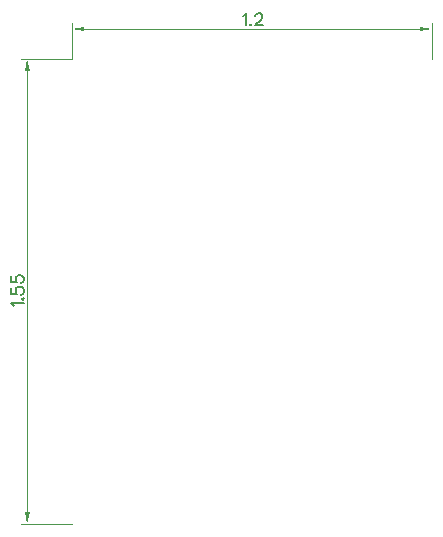
<source format=gbr>
G04 DipTrace 2.4.0.2*
%INTopDimension.gbr*%
%MOIN*%
%ADD13C,0.0015*%
%ADD53C,0.0062*%
%FSLAX44Y44*%
G04*
G70*
G90*
G75*
G01*
%LNTopDimension*%
%LPD*%
X3940Y19440D2*
D13*
Y20637D1*
X15940Y19440D2*
Y20637D1*
X9940Y20440D2*
X4334D1*
G36*
X3940D2*
X4334Y20519D1*
Y20361D1*
X3940Y20440D1*
G37*
X9940D2*
D13*
X15546D1*
G36*
X15940D2*
X15546Y20361D1*
Y20519D1*
X15940Y20440D1*
G37*
X3940Y19440D2*
D13*
X2243D1*
X3940Y3940D2*
X2243D1*
X2440Y11690D2*
Y19046D1*
G36*
Y19440D2*
X2519Y19046D1*
X2361D1*
X2440Y19440D1*
G37*
Y11690D2*
D13*
Y4334D1*
G36*
Y3940D2*
X2361Y4334D1*
X2519D1*
X2440Y3940D1*
G37*
X9646Y20887D2*
D53*
X9685Y20907D1*
X9742Y20964D1*
Y20562D1*
X9885Y20601D2*
X9866Y20581D1*
X9885Y20562D1*
X9904Y20581D1*
X9885Y20601D1*
X10047Y20868D2*
Y20887D1*
X10066Y20926D1*
X10085Y20945D1*
X10124Y20964D1*
X10200D1*
X10238Y20945D1*
X10257Y20926D1*
X10277Y20887D1*
Y20849D1*
X10257Y20811D1*
X10219Y20754D1*
X10028Y20562D1*
X10296D1*
X1993Y11200D2*
X1973Y11239D1*
X1916Y11296D1*
X2318D1*
X2279Y11439D2*
X2299Y11420D1*
X2318Y11439D1*
X2299Y11458D1*
X2279Y11439D1*
X1916Y11811D2*
Y11620D1*
X2088Y11601D1*
X2069Y11620D1*
X2050Y11678D1*
Y11735D1*
X2069Y11792D1*
X2107Y11831D1*
X2165Y11850D1*
X2203D1*
X2260Y11831D1*
X2299Y11792D1*
X2318Y11735D1*
Y11678D1*
X2299Y11620D1*
X2279Y11601D1*
X2241Y11582D1*
X1916Y12203D2*
Y12012D1*
X2088Y11993D1*
X2069Y12012D1*
X2050Y12069D1*
Y12126D1*
X2069Y12184D1*
X2107Y12222D1*
X2165Y12241D1*
X2203D1*
X2260Y12222D1*
X2299Y12184D1*
X2318Y12126D1*
Y12069D1*
X2299Y12012D1*
X2279Y11993D1*
X2241Y11973D1*
M02*

</source>
